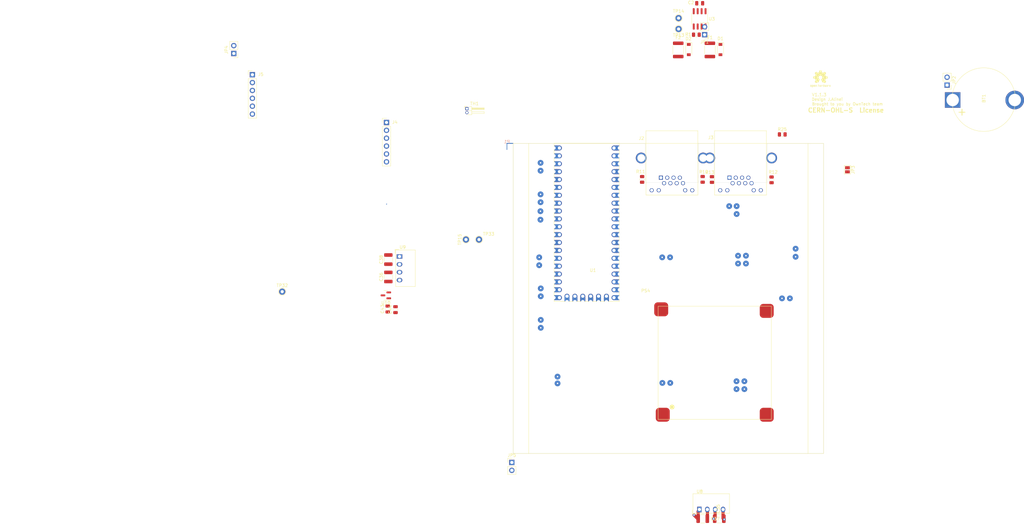
<source format=kicad_pcb>
(kicad_pcb (version 20211014) (generator pcbnew)
  (title_block (title "Digital Control Board Layout V1.1.2") (date "2021-09-23") (company "https://gitlab.laas.fr/owntech/1leg/-/tree/V1.1.2/") (comment 1 "Alinei") (comment 2 "Villa") (comment 3 "Villa") (comment 4 "GFE"))
  (layers (0 "F.Cu" signal) (1 "In1.Cu" signal) (2 "In2.Cu" signal) (31 "B.Cu" signal) (34 "B.Paste" user) (35 "F.Paste" user) (36 "B.SilkS" user "B.Silkscreen") (37 "F.SilkS" user "F.Silkscreen") (38 "B.Mask" user) (39 "F.Mask" user) (44 "Edge.Cuts" user))
  (net 0 "")
  (net 1 "+BATT")
  (net 6 "/CAN1_STB")
  (net 7 "/SPI3_SCK")
  (net 8 "+3V3")
  (net 9 "/V_BUS_CAN")
  (net 10 "Net-(D1-Pad1)")
  (net 11 "/GND_CAN")
  (net 12 "/PWR_CAN1")
  (net 13 "/CAN_L")
  (net 14 "/CAN_H")
  (net 15 "/PWR_CAN2")
  (net 16 "Net-(JP1-Pad2)")
  (net 17 "Net-(BT1-Pad1)")
  (net 18 "/SPI3_CS2")
  (net 19 "Net-(J2-Pad11)")
  (net 20 "Net-(J2-Pad9)")
  (net 21 "Net-(J3-Pad11)")
  (net 22 "Net-(J3-Pad9)")
  (net 23 "+5VD")
  (net 24 "+12V")
  (net 25 "DGND")
  (net 26 "+5VN")
  (net 27 "GND")
  (net 28 "+5VP")
  (net 29 "HRTIM_CHC1")
  (net 30 "HRTIM_CHC2")
  (net 31 "HRTIM_CHA2")
  (net 32 "HRTIM_CHA1")
  (net 33 "V_{I2Low}")
  (net 34 "I_{I2Low}")
  (net 35 "I_{IHigh}")
  (net 37 "VREF1024")
  (net 38 "V_{IHighpower}")
  (net 39 "V_{IHigh}")
  (net 40 "V_{I1Low}")
  (net 41 "I_{I1Low}")
  (net 42 "/+5VJP")
  (net 43 "/DTR")
  (net 44 "NGND")
  (net 47 "USART1_{RX}")
  (net 48 "USART1_{TX}")
  (net 49 "DAC2")
  (net 50 "BOOT")
  (net 51 "Temp")
  (net 63 "SPI3_{MISO}")
  (net 64 "SPI3_{MOSI}")
  (net 65 "FDCAN1_{RX}")
  (net 66 "FDCAN1_{TX}")
  (footprint "TestPoint:TestPoint_THTPad_D2.0mm_Drill1.0mm" (layer "F.Cu") (at 112.3 33.1 180)
    (fp_text reference "TP13" (at 0 -1.998) (layer "F.SilkS"))
    (fp_text value "TestPoint")
    (pad "1" thru_hole circle locked (at 0 0 180) (size 2 2) (drill 1) (layers *.Cu *.Mask) (net 66 "FDCAN1_{TX}"))
  )
  (footprint "TestPoint:TestPoint_THTPad_D2.0mm_Drill1.0mm" (layer "F.Cu") (at 112.3 29.6 180)
    (fp_text reference "TP14" (at 0 2.25) (layer "F.SilkS"))
    (fp_text value "TestPoint")
    (pad "1" thru_hole circle locked (at 0 0 180) (size 2 2) (drill 1) (layers *.Cu *.Mask) (net 65 "FDCAN1_{RX}"))
  )
  (footprint "TestPoint:TestPoint_THTPad_D2.0mm_Drill1.0mm" (layer "F.Cu") (at 43.8 101 90)
    (fp_text reference "TP15" (at 0 -2 90) (layer "F.SilkS"))
    (fp_text value "TestPoint")
    (pad "1" thru_hole circle locked (at 0 0 90) (size 2 2) (drill 1) (layers *.Cu *.Mask) (net 6 "/CAN1_STB"))
  )
  (footprint "Footprints:CR2032" (layer "F.Cu") (at 210.6 56 180)
    (fp_text reference "BT1" (at -0.051 0.5 90) (layer "F.SilkS"))
    (fp_text value "Battery_Cell")
    (fp_text user "+" (at 7 -3.75) (layer "F.SilkS") (effects (font (size 2.5 2.5) (thickness 0.3))))
    (pad "1" thru_hole rect locked (at 10 0 180) (size 5 5) (drill 4) (layers *.Cu *.Mask) (net 17 "Net-(BT1-Pad1)"))
    (pad "2" thru_hole circle locked (at -10 0 180) (size 6 6) (drill 4) (layers *.Cu *.Mask) (net 25 "DGND"))
  )
  (footprint "Capacitor_SMD:C_1210_3225Metric" (layer "F.Cu") (at 125.4 191.0405 180)
    (fp_text reference "C35" (at 0.325 3.2175 90) (layer "F.SilkS"))
    (fp_text value "10uF")
    (pad "1" smd roundrect locked (at -1.475 0 180) (size 1.15 2.7) (layers "F.Cu" "F.Paste" "F.Mask") (roundrect_rratio 0.2173904348) (net 26 "+5VN"))
    (pad "2" smd roundrect locked (at 1.475 0 180) (size 1.15 2.7) (layers "F.Cu" "F.Paste" "F.Mask") (roundrect_rratio 0.2173904348) (net 44 "NGND"))
  )
  (footprint "Capacitor_SMD:C_1210_3225Metric" (layer "F.Cu") (at 120.083 191.0465 180)
    (fp_text reference "C37" (at -4 0) (layer "F.SilkS"))
    (fp_text value "10uF")
    (pad "1" smd roundrect locked (at -1.475 0 180) (size 1.15 2.7) (layers "F.Cu" "F.Paste" "F.Mask") (roundrect_rratio 0.2173904348) (net 23 "+5VD"))
    (pad "2" smd roundrect locked (at 1.475 0 180) (size 1.15 2.7) (layers "F.Cu" "F.Paste" "F.Mask") (roundrect_rratio 0.2173904348) (net 25 "DGND"))
  )
  (footprint "Footprints:ethernet_RJE721881411" (layer "F.Cu") (at 106.611 81.05)
    (fp_text reference "J2" (at -6.3 -12.7) (layer "F.SilkS"))
    (fp_text value "RJ45_LED_Shielded")
    (pad "1" thru_hole rect locked (at 0 0) (size 1.3 1.3) (drill 0.9) (layers *.Cu *.Mask) (net 14 "/CAN_H"))
    (pad "2" thru_hole circle locked (at 1.016 1.78) (size 1.3 1.3) (drill 0.9) (layers *.Cu *.Mask) (net 13 "/CAN_L"))
    (pad "3" thru_hole circle locked (at 2.032 0) (size 1.3 1.3) (drill 0.9) (layers *.Cu *.Mask) (net 11 "/GND_CAN"))
    (pad "4" thru_hole circle locked (at 3.048 1.78) (size 1.3 1.3) (drill 0.9) (layers *.Cu *.Mask) (net 12 "/PWR_CAN1"))
    (pad "5" thru_hole circle locked (at 4.064 0) (size 1.3 1.3) (drill 0.9) (layers *.Cu *.Mask) (net 12 "/PWR_CAN1"))
    (pad "6" thru_hole circle locked (at 5.08 1.78) (size 1.3 1.3) (drill 0.9) (layers *.Cu *.Mask))
    (pad "7" thru_hole circle locked (at 6.096 0) (size 1.3 1.3) (drill 0.9) (layers *.Cu *.Mask) (net 11 "/GND_CAN"))
    (pad "8" thru_hole circle locked (at 7.112 1.78) (size 1.3 1.3) (drill 0.9) (layers *.Cu *.Mask))
    (pad "9" thru_hole circle locked (at -2.9845 4.064) (size 1.3 1.3) (drill 0.9) (layers *.Cu *.Mask) (net 20 "Net-(J2-Pad9)"))
    (pad "10" thru_hole circle locked (at -0.6985 4.064) (size 1.3 1.3) (drill 0.9) (layers *.Cu *.Mask) (net 12 "/PWR_CAN1"))
    (pad "11" thru_hole circle locked (at 7.8105 4.064) (size 1.3 1.3) (drill 0.9) (layers *.Cu *.Mask) (net 19 "Net-(J2-Pad11)"))
    (pad "12" thru_hole circle locked (at 10.0965 4.064) (size 1.3 1.3) (drill 0.9) (layers *.Cu *.Mask) (net 8 "+3V3"))
    (pad "SH" thru_hole circle locked (at -6.35 -6.35) (size 3.5 3.5) (drill 2.5) (layers *.Cu *.Mask))
    (pad "SH" thru_hole circle locked (at 13.589 -6.35) (size 3.5 3.5) (drill 2.5) (layers *.Cu *.Mask))
  )
  (footprint "Connector_PinHeader_2.54mm:PinHeader_1x06_P2.54mm_Vertical" (layer "F.Cu") (at -25 47.84)
    (fp_text reference "J5" (at 2.7 -0.1) (layer "F.SilkS"))
    (fp_text value "Conn_01x06_Male")
    (pad "1" thru_hole rect locked (at 0 0) (size 1.7 1.7) (drill 1) (layers *.Cu *.Mask) (net 25 "DGND"))
    (pad "2" thru_hole oval locked (at 0 2.54) (size 1.7 1.7) (drill 1) (layers *.Cu *.Mask) (net 8 "+3V3"))
    (pad "3" thru_hole oval locked (at 0 5.08) (size 1.7 1.7) (drill 1) (layers *.Cu *.Mask) (net 63 "SPI3_{MISO}"))
    (pad "4" thru_hole oval locked (at 0 7.62) (size 1.7 1.7) (drill 1) (layers *.Cu *.Mask) (net 64 "SPI3_{MOSI}"))
    (pad "5" thru_hole oval locked (at 0 10.16) (size 1.7 1.7) (drill 1) (layers *.Cu *.Mask) (net 7 "/SPI3_SCK"))
    (pad "6" thru_hole oval locked (at 0 12.7) (size 1.7 1.7) (drill 1) (layers *.Cu *.Mask) (net 18 "/SPI3_CS2"))
  )
  (footprint "Symbol:OSHW-Logo2_7.3x6mm_SilkScreen" (layer "F.Cu") (at 158 49.2)
    (fp_text reference "REF**" hide)
    (fp_text value "OSHW-Logo2_7.3x6mm_SilkScreen" hide)
  )
  (footprint "Capacitor_SMD:C_0805_2012Metric" (layer "F.Cu") (at 119.1 24.8)
    (fp_text reference "C2" (at -2.8 -0.2) (layer "F.SilkS"))
    (fp_text value "100nF")
    (pad "1" smd roundrect locked (at -0.95 0) (size 1 1.45) (layers "F.Cu" "F.Paste" "F.Mask") (net 8 "+3V3"))
    (pad "2" smd roundrect locked (at 0.95 0) (size 1 1.45) (layers "F.Cu" "F.Paste" "F.Mask") (net 25 "DGND"))
  )
  (footprint "Resistor_SMD:R_0805_2012Metric" (layer "F.Cu") (at 118.03 34.94 180)
    (fp_text reference "R1" (at 2.63 0.1) (layer "F.SilkS"))
    (fp_text value "120")
    (pad "1" smd roundrect locked (at -0.9125 0 180) (size 1.025 1.4) (layers "F.Cu" "F.Paste" "F.Mask") (roundrect_rratio 0.2439004878) (net 16 "Net-(JP1-Pad2)"))
    (pad "2" smd roundrect locked (at 0.9125 0 180) (size 1.025 1.4) (layers "F.Cu" "F.Paste" "F.Mask") (roundrect_rratio 0.2439004878) (net 13 "/CAN_L"))
  )
  (footprint "Connector_PinHeader_2.54mm:PinHeader_1x02_P2.54mm_Vertical" (layer "F.Cu") (at 198.8 51.2 180)
    (fp_text reference "JP2" (at -2.249 1.605 90) (layer "F.SilkS"))
    (fp_text value "Jumper")
    (pad "1" thru_hole rect locked (at 0 0 180) (size 1.7 1.7) (drill 1) (layers *.Cu *.Mask) (net 17 "Net-(BT1-Pad1)"))
    (pad "2" thru_hole oval locked (at 0 2.54 180) (size 1.7 1.7) (drill 1) (layers *.Cu *.Mask) (net 1 "+BATT"))
  )
  (footprint "Diode_SMD:D_SOD-123" (layer "F.Cu") (at 125.785 39.74 -90)
    (fp_text reference "D1" (at -3.55 0) (layer "F.SilkS"))
    (fp_text value "RBR2MM60ATFTR")
    (pad "1" smd rect locked (at -1.65 0 270) (size 0.9 1.2) (layers "F.Cu" "F.Paste" "F.Mask") (net 10 "Net-(D1-Pad1)"))
    (pad "2" smd rect locked (at 1.65 0 270) (size 0.9 1.2) (layers "F.Cu" "F.Paste" "F.Mask") (net 9 "/V_BUS_CAN"))
  )
  (footprint "Diode_SMD:D_SOD-123" (layer "F.Cu") (at 115.585 39.74 -90)
    (fp_text reference "D2" (at -3.5 0.1) (layer "F.SilkS"))
    (fp_text value "RBR2MM60ATFTR")
    (pad "1" smd rect locked (at -1.65 0 270) (size 0.9 1.2) (layers "F.Cu" "F.Paste" "F.Mask") (net 25 "DGND"))
    (pad "2" smd rect locked (at 1.65 0 270) (size 0.9 1.2) (layers "F.Cu" "F.Paste" "F.Mask") (net 11 "/GND_CAN"))
  )
  (footprint "Resistor_SMD:R_0805_2012Metric" (layer "F.Cu") (at 120.054 81.5865 -90)
    (fp_text reference "R10" (at -2.3875 -0.3 180) (layer "F.SilkS"))
    (fp_text value "330")
    (pad "1" smd roundrect locked (at -0.9125 0 270) (size 1.025 1.4) (layers "F.Cu" "F.Paste" "F.Mask") (roundrect_rratio 0.2439004878) (net 13 "/CAN_L"))
    (pad "2" smd roundrect locked (at 0.9125 0 270) (size 1.025 1.4) (layers "F.Cu" "F.Paste" "F.Mask") (roundrect_rratio 0.2439004878) (net 19 "Net-(J2-Pad11)"))
  )
  (footprint "Resistor_SMD:R_0805_2012Metric" (layer "F.Cu") (at 100.554 81.599 -90)
    (fp_text reference "R11" (at -2.5 0.5 180) (layer "F.SilkS"))
    (fp_text value "3000")
    (pad "1" smd roundrect locked (at -0.9125 0 270) (size 1.025 1.4) (layers "F.Cu" "F.Paste" "F.Mask") (roundrect_rratio 0.2439004878) (net 11 "/GND_CAN"))
    (pad "2" smd roundrect locked (at 0.9125 0 270) (size 1.025 1.4) (layers "F.Cu" "F.Paste" "F.Mask") (roundrect_rratio 0.2439004878) (net 20 "Net-(J2-Pad9)"))
  )
  (footprint "Resistor_SMD:R_0805_2012Metric" (layer "F.Cu") (at 142.254 81.749 -90)
    (fp_text reference "R12" (at -2.5 -0.5 180) (layer "F.SilkS"))
    (fp_text value "330")
    (pad "1" smd roundrect locked (at -0.9125 0 270) (size 1.025 1.4) (layers "F.Cu" "F.Paste" "F.Mask") (roundrect_rratio 0.2439004878) (net 13 "/CAN_L"))
    (pad "2" smd roundrect locked (at 0.9125 0 270) (size 1.025 1.4) (layers "F.Cu" "F.Paste" "F.Mask") (roundrect_rratio 0.2439004878) (net 21 "Net-(J3-Pad11)"))
  )
  (footprint "Connector_PinHeader_2.54mm:PinHeader_1x02_P2.54mm_Vertical" (layer "F.Cu") (at 120.68 34.94 180)
    (fp_text reference "JP1" (at 0 -2.33 180) (layer "F.SilkS"))
    (fp_text value "Jumper")
    (pad "1" thru_hole rect locked (at 0 0 180) (size 1.7 1.7) (drill 1) (layers *.Cu *.Mask) (net 14 "/CAN_H"))
    (pad "2" thru_hole oval locked (at 0 2.54 180) (size 1.7 1.7) (drill 1) (layers *.Cu *.Mask) (net 16 "Net-(JP1-Pad2)"))
  )
  (footprint "Fuse:Fuse_1812_4532Metric" (layer "F.Cu") (at 122.385 39.84 -90)
    (fp_text reference "F1" (at -4 0) (layer "F.SilkS"))
    (fp_text value "0ZCJ0050AF2E")
    (pad "1" smd roundrect locked (at -2.1375 0 270) (size 1.125 3.4) (layers "F.Cu" "F.Paste" "F.Mask") (roundrect_rratio 0.2222204444) (net 10 "Net-(D1-Pad1)"))
    (pad "2" smd roundrect locked (at 2.1375 0 270) (size 1.125 3.4) (layers "F.Cu" "F.Paste" "F.Mask") (roundrect_rratio 0.2222204444) (net 12 "/PWR_CAN1"))
  )
  (footprint "Fuse:Fuse_1812_4532Metric" (layer "F.Cu") (at 112.185 39.84 90)
    (fp_text reference "F2" (at 4 0) (layer "F.SilkS"))
    (fp_text value "0ZCJ0050AF2E")
    (pad "1" smd roundrect locked (at -2.1375 0 90) (size 1.125 3.4) (layers "F.Cu" "F.Paste" "F.Mask") (roundrect_rratio 0.2222204444) (net 15 "/PWR_CAN2"))
    (pad "2" smd roundrect locked (at 2.1375 0 90) (size 1.125 3.4) (layers "F.Cu" "F.Paste" "F.Mask") (roundrect_rratio 0.2222204444) (net 10 "Net-(D1-Pad1)"))
  )
  (footprint "Resistor_SMD:R_0805_2012Metric" (layer "F.Cu") (at 123.054 81.6365 -90)
    (fp_text reference "R13" (at -2.3125 0.7 180) (layer "F.SilkS"))
    (fp_text value "3000")
    (pad "1" smd roundrect locked (at -0.9125 0 270) (size 1.025 1.4) (layers "F.Cu" "F.Paste" "F.Mask") (roundrect_rratio 0.2439004878) (net 11 "/GND_CAN"))
    (pad "2" smd roundrect locked (at 0.9125 0 270) (size 1.025 1.4) (layers "F.Cu" "F.Paste" "F.Mask") (roundrect_rratio 0.2439004878) (net 22 "Net-(J3-Pad9)"))
  )
  (footprint "Footprints:SOIC-8_3.9x4.9mm_P1.27mm" (layer "F.Cu") (at 119.08 29.84 -90)
    (fp_text reference "U3" (at 0 -3.92) (layer "F.SilkS"))
    (fp_text value "TCAN334GDR")
    (pad "1" smd roundrect locked (at -2.475 -1.905 270) (size 1.95 0.6) (layers "F.Cu" "F.Paste" "F.Mask") (net 66 "FDCAN1_{TX}"))
    (pad "2" smd roundrect locked (at -2.475 -0.635 270) (size 1.95 0.6) (layers "F.Cu" "F.Paste" "F.Mask") (net 25 "DGND"))
    (pad "3" smd roundrect locked (at -2.475 0.635 270) (size 1.95 0.6) (layers "F.Cu" "F.Paste" "F.Mask") (net 8 "+3V3"))
    (pad "4" smd roundrect locked (at -2.475 1.905 270) (size 1.95 0.6) (layers "F.Cu" "F.Paste" "F.Mask") (net 65 "FDCAN1_{RX}"))
    (pad "5" smd roundrect locked (at 2.475 1.905 270) (size 1.95 0.6) (layers "F.Cu" "F.Paste" "F.Mask"))
    (pad "6" smd roundrect locked (at 2.475 0.635 270) (size 1.95 0.6) (layers "F.Cu" "F.Paste" "F.Mask") (net 13 "/CAN_L"))
    (pad "7" smd roundrect locked (at 2.475 -0.635 270) (size 1.95 0.6) (layers "F.Cu" "F.Paste" "F.Mask") (net 14 "/CAN_H"))
    (pad "8" smd roundrect locked (at 2.475 -1.905 270) (size 1.95 0.6) (layers "F.Cu" "F.Paste" "F.Mask") (net 6 "/CAN1_STB"))
  )
  (footprint "Converter_DCDC:Converter_DCDC_muRata_CRE1xxxxxx3C_THT" (layer "F.Cu") (at 119.003 188.0465 90)
    (fp_text reference "U8" (at 5.8 0.08) (layer "F.SilkS"))
    (fp_text value "RFM-0505s")
    (pad "1" thru_hole rect locked (at 0 0) (size 1.4 1.8) (drill 1) (layers *.Cu *.Mask) (net 25 "DGND"))
    (pad "2" thru_hole oval locked (at 0 2.54) (size 1.4 1.8) (drill 1) (layers *.Cu *.Mask) (net 23 "+5VD"))
    (pad "3" thru_hole oval locked (at 0 5.08) (size 1.4 1.8) (drill 1) (layers *.Cu *.Mask) (net 44 "NGND"))
    (pad "4" thru_hole oval locked (at 0 7.62) (size 1.4 1.8) (drill 1) (layers *.Cu *.Mask) (net 26 "+5VN"))
  )
  (footprint "TestPoint:TestPoint_THTPad_D2.0mm_Drill1.0mm" (layer "F.Cu") (at 48 101)
    (fp_text reference "TP33" (at 3.11 -1.8) (layer "F.SilkS"))
    (fp_text value "TestPoint")
    (pad "1" thru_hole circle locked (at 0 0) (size 2 2) (drill 1) (layers *.Cu *.Mask) (net 11 "/GND_CAN"))
  )
  (footprint "Footprints:ethernet_RJE721881411" (layer "F.Cu") (at 128.6955 81.05)
    (fp_text reference "J3" (at -6 -12.95) (layer "F.SilkS"))
    (fp_text value "RJ45_LED_Shielded")
    (pad "1" thru_hole rect locked (at 0 0) (size 1.3 1.3) (drill 0.9) (layers *.Cu *.Mask) (net 14 "/CAN_H"))
    (pad "2" thru_hole circle locked (at 1.016 1.78) (size 1.3 1.3) (drill 0.9) (layers *.Cu *.Mask) (net 13 "/CAN_L"))
    (pad "3" thru_hole circle locked (at 2.032 0) (size 1.3 1.3) (drill 0.9) (layers *.Cu *.Mask) (net 11 "/GND_CAN"))
    (pad "4" thru_hole circle locked (at 3.048 1.78) (size 1.3 1.3) (drill 0.9) (layers *.Cu *.Mask) (net 15 "/PWR_CAN2"))
    (pad "5" thru_hole circle locked (at 4.064 0) (size 1.3 1.3) (drill 0.9) (layers *.Cu *.Mask) (net 15 "/PWR_CAN2"))
    (pad "6" thru_hole circle locked (at 5.08 1.78) (size 1.3 1.3) (drill 0.9) (layers *.Cu *.Mask))
    (pad "7" thru_hole circle locked (at 6.096 0) (size 1.3 1.3) (drill 0.9) (layers *.Cu *.Mask) (net 11 "/GND_CAN"))
    (pad "8" thru_hole circle locked (at 7.112 1.78) (size 1.3 1.3) (drill 0.9) (layers *.Cu *.Mask))
    (pad "9" thru_hole circle locked (at -2.9845 4.064) (size 1.3 1.3) (drill 0.9) (layers *.Cu *.Mask) (net 22 "Net-(J3-Pad9)"))
    (pad "10" thru_hole circle locked (at -0.6985 4.064) (size 1.3 1.3) (drill 0.9) (layers *.Cu *.Mask) (net 15 "/PWR_CAN2"))
    (pad "11" thru_hole circle locked (at 7.8105 4.064) (size 1.3 1.3) (drill 0.9) (layers *.Cu *.Mask) (net 21 "Net-(J3-Pad11)"))
    (pad "12" thru_hole circle locked (at 10.0965 4.064) (size 1.3 1.3) (drill 0.9) (layers *.Cu *.Mask) (net 8 "+3V3"))
    (pad "SH" thru_hole circle locked (at 13.589 -6.35) (size 3.5 3.5) (drill 2.5) (layers *.Cu *.Mask))
    (pad "SH" thru_hole circle locked (at -6.35 -6.35) (size 3.5 3.5) (drill 2.5) (layers *.Cu *.Mask))
  )
  (footprint "Connector_PinHeader_2.54mm:PinHeader_1x02_P2.54mm_Vertical" (layer "F.Cu") (at -31 41 180)
    (fp_text reference "JP4" (at 2.4 1.2 90) (layer "F.SilkS"))
    (fp_text value "Jumper")
    (pad "1" thru_hole rect locked (at 0 0 180) (size 1.7 1.7) (drill 1) (layers *.Cu *.Mask) (net 23 "+5VD"))
    (pad "2" thru_hole oval locked (at 0 2.54 180) (size 1.7 1.7) (drill 1) (layers *.Cu *.Mask) (net 42 "/+5VJP"))
  )
  (footprint "Connector_PinHeader_2.54mm:PinHeader_1x06_P2.54mm_Vertical" (layer "F.Cu") (at 18.2 63.24)
    (fp_text reference "J4" (at 2.7 -0.1) (layer "F.SilkS"))
    (fp_text value "Conn_01x06_Male")
    (pad "1" thru_hole rect locked (at 0 0) (size 1.7 1.7) (drill 1) (layers *.Cu *.Mask) (net 8 "+3V3"))
    (pad "2" thru_hole oval locked (at 0 2.54) (size 1.7 1.7) (drill 1) (layers *.Cu *.Mask) (net 43 "/DTR"))
    (pad "3" thru_hole oval locked (at 0 5.08) (size 1.7 1.7) (drill 1) (layers *.Cu *.Mask) (net 47 "USART1_{RX}"))
    (pad "4" thru_hole oval locked (at 0 7.62) (size 1.7 1.7) (drill 1) (layers *.Cu *.Mask) (net 48 "USART1_{TX}"))
    (pad "5" thru_hole oval locked (at 0 10.16) (size 1.7 1.7) (drill 1) (layers *.Cu *.Mask) (net 25 "DGND"))
    (pad "6" thru_hole oval locked (at 0 12.7) (size 1.7 1.7) (drill 1) (layers *.Cu *.Mask) (net 23 "+5VD"))
  )
  (footprint "Footprints:OwnTech_MCU" (layer "F.Cu") (at 72.2 120.98 90)
    (fp_text reference "U1" (at 10.08 12.5 unlocked) (layer "F.SilkS"))
    (fp_text value "OwnTech")
    (pad "1" thru_hole oval (at 49.5 1.7 90) (size 1.6 2.4) (drill 1 (offset 0 -0.4)) (layers *.Cu *.Mask))
    (pad "1" thru_hole rect (at 49.5 0 90) (size 1.6 1) (drill 1 (offset 0 0.5)) (layers *.Cu *.Mask))
    (pad "2" thru_hole oval (at 46.96 1.7 90) (size 1.6 2.4) (drill 1 (offset 0 -0.4)) (layers *.Cu *.Mask) (net 29 "HRTIM_CHC1"))
    (pad "2" thru_hole rect (at 46.96 0 90) (size 1.6 1) (drill 1 (offset 0 0.5)) (layers *.Cu *.Mask) (net 29 "HRTIM_CHC1"))
    (pad "3" thru_hole rect (at 44.42 0 90) (size 1.6 1) (drill 1 (offset 0 0.5)) (layers *.Cu *.Mask) (net 25 "DGND"))
    (pad "3" thru_hole oval (at 44.42 1.7 90) (size 1.6 2.4) (drill 1 (offset 0 -0.4)) (layers *.Cu *.Mask) (net 25 "DGND"))
    (pad "4" thru_hole oval (at 41.88 1.7 90) (size 1.6 2.4) (drill 1 (offset 0 -0.4)) (layers *.Cu *.Mask) (net 30 "HRTIM_CHC2"))
    (pad "4" thru_hole rect (at 41.88 0 90) (size 1.6 1) (drill 1 (offset 0 0.5)) (layers *.Cu *.Mask) (net 30 "HRTIM_CHC2"))
    (pad "5" thru_hole oval (at 39.34 1.7 90) (size 1.6 2.4) (drill 1 (offset 0 -0.4)) (layers *.Cu *.Mask))
    (pad "5" thru_hole rect (at 39.34 0 90) (size 1.6 1) (drill 1 (offset 0 0.5)) (layers *.Cu *.Mask))
    (pad "6" thru_hole oval (at 36.8 1.7 90) (size 1.6 2.4) (drill 1 (offset 0 -0.4)) (layers *.Cu *.Mask))
    (pad "6" thru_hole rect (at 36.8 0 90) (size 1.6 1) (drill 1 (offset 0 0.5)) (layers *.Cu *.Mask))
    (pad "7" thru_hole rect (at 34.26 0 90) (size 1.6 1) (drill 1 (offset 0 0.5)) (layers *.Cu *.Mask))
    (pad "7" thru_hole oval (at 34.26 1.7 90) (size 1.6 2.4) (drill 1 (offset 0 -0.4)) (layers *.Cu *.Mask))
    (pad "8" thru_hole rect (at 31.72 0 90) (size 1.6 1) (drill 1 (offset 0 0.5)) (layers *.Cu *.Mask) (net 25 "DGND"))
    (pad "8" thru_hole oval (at 31.72 1.7 90) (size 1.6 2.4) (drill 1 (offset 0 -0.4)) (layers *.Cu *.Mask) (net 25 "DGND"))
    (pad "9" thru_hole oval (at 29.18 1.7 90) (size 1.6 2.4) (drill 1 (offset 0 -0.4)) (layers *.Cu *.Mask))
    (pad "9" thru_hole rect (at 29.18 0 90) (size 1.6 1) (drill 1 (offset 0 0.5)) (layers *.Cu *.Mask))
    (pad "10" thru_hole oval (at 26.64 1.7 90) (size 1.6 2.4) (drill 1 (offset 0 -0.4)) (layers *.Cu *.Mask))
    (pad "10" thru_hole rect (at 26.64 0 90) (size 1.6 1) (drill 1 (offset 0 0.5)) (layers *.Cu *.Mask))
    (pad "11" thru_hole rect (at 24.1 0 90) (size 1.6 1) (drill 1 (offset 0 0.5)) (layers *.Cu *.Mask))
    (pad "11" thru_hole oval (at 24.1 1.7 90) (size 1.6 2.4) (drill 1 (offset 0 -0.4)) (layers *.Cu *.Mask))
    (pad "12" thru_hole oval (at 21.56 1.7 90) (size 1.6 2.4) (drill 1 (offset 0 -0.4)) (layers *.Cu *.Mask) (net 31 "HRTIM_CHA2"))
    (pad "12" thru_hole rect (at 21.56 0 90) (size 1.6 1) (drill 1 (offset 0 0.5)) (layers *.Cu *.Mask) (net 31 "HRTIM_CHA2"))
    (pad "13" thru_hole rect (at 19.02 0 90) (size 1.6 1) (drill 1 (offset 0 0.5)) (layers *.Cu *.Mask) (net 25 "DGND"))
    (pad "13" thru_hole oval (at 19.02 1.7 90) (size 1.6 2.4) (drill 1 (offset 0 -0.4)) (layers *.Cu *.Mask) (net 25 "DGND"))
    (pad "14" thru_hole oval (at 16.48 1.7 90) (size 1.6 2.4) (drill 1 (offset 0 -0.4)) (layers *.Cu *.Mask) (net 32 "HRTIM_CHA1"))
    (pad "14" thru_hole rect (at 16.48 0 90) (size 1.6 1) (drill 1 (offset 0 0.5)) (layers *.Cu *.Mask) (net 32 "HRTIM_CHA1"))
    (pad "15" thru_hole rect (at 13.94 0 90) (size 1.6 1) (drill 1 (offset 0 0.5)) (layers *.Cu *.Mask))
    (pad "15" thru_hole oval (at 13.94 1.7 90) (size 1.6 2.4) (drill 1 (offset 0 -0.4)) (layers *.Cu *.Mask))
    (pad "16" thru_hole oval (at 11.4 1.7 90) (size 1.6 2.4) (drill 1 (offset 0 -0.4)) (layers *.Cu *.Mask))
    (pad "16" thru_hole rect (at 11.4 0 90) (size 1.6 1) (drill 1 (offset 0 0.5)) (layers *.Cu *.Mask))
    (pad "17" thru_hole rect (at 8.86 0 90) (size 1.6 1) (drill 1 (offset 0 0.5)) (layers *.Cu *.Mask))
    (pad "17" thru_hole oval (at 8.86 1.7 90) (size 1.6 2.4) (drill 1 (offset 0 -0.4)) (layers *.Cu *.Mask))
    (pad "18" thru_hole oval (at 6.32 1.7 90) (size 1.6 2.4) (drill 1 (offset 0 -0.4)) (layers *.Cu *.Mask) (net 25 "DGND"))
    (pad "18" thru_hole rect (at 6.32 0 90) (size 1.6 1) (drill 1 (offset 0 0.5)) (layers *.Cu *.Mask) (net 25 "DGND"))
    (pad "19" thru_hole oval (at 3.78 1.7 90) (size 1.6 2.4) (drill 1 (offset 0 -0.4)) (layers *.Cu *.Mask))
    (pad "19" thru_hole rect (at 3.78 0 90) (size 1.6 1) (drill 1 (offset 0 0.5)) (layers *.Cu *.Mask))
    (pad "20" thru_hole oval (at 1.24 1.7 90) (size 1.6 2.4) (drill 1 (offset 0 -0.4)) (layers *.Cu *.Mask) (net 63 "SPI3_{MISO}"))
    (pad "20" thru_hole rect (at 1.24 0 90) (size 1.6 1) (drill 1 (offset 0 0.5)) (layers *.Cu *.Mask) (net 63 "SPI3_{MISO}"))
    (pad "21" thru_hole rect (at 0 4.15 180) (size 1.6 1) (drill 1 (offset 0 0.5)) (layers *.Cu *.Mask) (net 64 "SPI3_{MOSI}"))
    (pad "21" thru_hole oval (at 1.7 4.15 180) (size 1.6 2.4) (drill 1 (offset 0 -0.4)) (layers *.Cu *.Mask) (net 64 "SPI3_{MOSI}"))
    (pad "22" thru_hole oval (at 1.7 6.69 180) (size 1.6 2.4) (drill 1 (offset 0 -0.4)) (layers *.Cu *.Mask) (net 25 "DGND"))
    (pad "22" thru_hole rect (at 0 6.69 180) (size 1.6 1) (drill 1 (offset 0 0.5)) (layers *.Cu *.Mask) (net 25 "DGND"))
    (pad "23" thru_hole oval (at 1.7 9.23 180) (size 1.6 2.4) (drill 1 (offset 0 -0.4)) (layers *.Cu *.Mask) (net 48 "USART1_{TX}"))
    (pad "23" thru_hole rect (at 0 9.23 180) (size 1.6 1) (drill 1 (offset 0 0.5)) (layers *.Cu *.Mask) (net 48 "USART1_{TX}"))
    (pad "24" thru_hole oval (at 1.7 11.77 180) (size 1.6 2.4) (drill 1 (offset 0 -0.4)) (layers *.Cu *.Mask) (net 47 "USART1_{RX}"))
    (pad "24" thru_hole rect (at 0 11.77 180) (size 1.6 1) (drill 1 (offset 0 0.5)) (layers *.Cu *.Mask) (net 47 "USART1_{RX}"))
    (pad "25" thru_hole oval (at 1.7 14.31 180) (size 1.6 2.4) (drill 1 (offset 0 -0.4)) (layers *.Cu *.Mask) (net 25 "DGND"))
    (pad "25" thru_hole rect (at 0 14.31 180) (size 1.6 1) (drill 1 (offset 0 0.5)) (layers *.Cu *.Mask) (net 25 "DGND"))
    (pad "26" thru_hole rect (at 0 16.85 180) (size 1.6 1) (drill 1 (offset 0 0.5)) (layers *.Cu *.Mask) (net 65 "FDCAN1_{RX}"))
    (pad "26" thru_hole oval (at 1.7 16.85 180) (size 1.6 2.4) (drill 1 (offset 0 -0.4)) (layers *.Cu *.Mask) (net 65 "FDCAN1_{RX}"))
    (pad "27" thru_hole rect (at 1.24 21 270) (size 1.6 1) (drill 1 (offset 0 0.5)) (layers *.Cu *.Mask) (net 66 "FDCAN1_{TX}"))
    (pad "27" thru_hole oval (at 1.24 19.3 270) (size 1.6 2.4) (drill 1 (offset 0 -0.4)) (layers *.Cu *.Mask) (net 66 "FDCAN1_{TX}"))
    (pad "28" thru_hole rect (at 3.78 21 270) (size 1.6 1) (drill 1 (offset 0 0.5)) (layers *.Cu *.Mask))
    (pad "28" thru_hole oval (at 3.78 19.3 270) (size 1.6 2.4) (drill 1 (offset 0 -0.4)) (layers *.Cu *.Mask))
    (pad "29" thru_hole oval (at 6.32 19.3 270) (size 1.6 2.4) (drill 1 (offset 0 -0.4)) (layers *.Cu *.Mask) (net 25 "DGND"))
    (pad "29" thru_hole rect (at 6.32 21 270) (size 1.6 1) (drill 1 (offset 0 0.5)) (layers *.Cu *.Mask) (net 25 "DGND"))
    (pad "30" thru_hole oval (at 8.86 19.3 270) (size 1.6 2.4) (drill 1 (offset 0 -0.4)) (layers *.Cu *.Mask) (net 33 "V_{I2Low}"))
    (pad "30" thru_hole rect (at 8.86 21 270) (size 1.6 1) (drill 1 (offset 0 0.5)) (layers *.Cu *.Mask) (net 33 "V_{I2Low}"))
    (pad "31" thru_hole oval (at 11.4 19.3 270) (size 1.6 2.4) (drill 1 (offset 0 -0.4)) (layers *.Cu *.Mask) (net 34 "I_{I2Low}"))
    (pad "31" thru_hole rect (at 11.4 21 270) (size 1.6 1) (drill 1 (offset 0 0.5)) (layers *.Cu *.Mask) (net 34 "I_{I2Low}"))
    (pad "32" thru_hole rect (at 13.94 21 270) (size 1.6 1) (drill 1 (offset 0 0.5)) (layers *.Cu *.Mask) (net 35 "I_{IHigh}"))
    (pad "32" thru_hole oval (at 13.94 19.3 270) (size 1.6 2.4) (drill 1 (offset 0 -0.4)) (layers *.Cu *.Mask) (net 35 "I_{IHigh}"))
    (pad "33" thru_hole oval (at 16.48 19.3 270) (size 1.6 2.4) (drill 1 (offset 0 -0.4)) (layers *.Cu *.Mask) (net 39 "V_{IHigh}"))
    (pad "33" thru_hole rect (at 16.48 21 270) (size 1.6 1) (drill 1 (offset 0 0.5)) (layers *.Cu *.Mask) (net 39 "V_{IHigh}"))
    (pad "34" thru_hole oval (at 19.02 19.3 270) (size 1.6 2.4) (drill 1 (offset 0 -0.4)) (layers *.Cu *.Mask) (net 25 "DGND"))
    (pad "34" thru_hole rect (at 19.02 21 270) (size 1.6 1) (drill 1 (offset 0 0.5)) (layers *.Cu *.Mask) (net 25 "DGND"))
    (pad "35" thru_hole oval (at 21.56 19.3 270) (size 1.6 2.4) (drill 1 (offset 0 -0.4)) (layers *.Cu *.Mask) (net 40 "V_{I1Low}"))
    (pad "35" thru_hole rect (at 21.56 21 270) (size 1.6 1) (drill 1 (offset 0 0.5)) (layers *.Cu *.Mask) (net 40 "V_{I1Low}"))
    (pad "36" thru_hole rect (at 24.1 21 270) (size 1.6 1) (drill 1 (offset 0 0.5)) (layers *.Cu *.Mask) (net 41 "I_{I1Low}"))
    (pad "36" thru_hole oval (at 24.1 19.3 270) (size 1.6 2.4) (drill 1 (offset 0 -0.4)) (layers *.Cu *.Mask) (net 41 "I_{I1Low}"))
    (pad "37" thru_hole oval (at 26.64 19.3 270) (size 1.6 2.4) (drill 1 (offset 0 -0.4)) (layers *.Cu *.Mask) (net 50 "BOOT"))
    (pad "37" thru_hole rect (at 26.64 21 270) (size 1.6 1) (drill 1 (offset 0 0.5)) (layers *.Cu *.Mask) (net 50 "BOOT"))
    (pad "38" thru_hole rect (at 29.18 21 270) (size 1.6 1) (drill 1 (offset 0 0.5)) (layers *.Cu *.Mask))
    (pad "38" thru_hole oval (at 29.18 19.3 270) (size 1.6 2.4) (drill 1 (offset 0 -0.4)) (layers *.Cu *.Mask))
    (pad "39" thru_hole rect (at 31.72 21 270) (size 1.6 1) (drill 1 (offset 0 0.5)) (layers *.Cu *.Mask) (net 25 "DGND"))
    (pad "39" thru_hole oval (at 31.72 19.3 270) (size 1.6 2.4) (drill 1 (offset 0 -0.4)) (layers *.Cu *.Mask) (net 25 "DGND"))
    (pad "40" thru_hole oval (at 34.26 19.3 270) (size 1.6 2.4) (drill 1 (offset 0 -0.4)) (layers *.Cu *.Mask) (net 49 "DAC2"))
    (pad "40" thru_hole rect (at 34.26 21 270) (size 1.6 1) (drill 1 (offset 0 0.5)) (layers *.Cu *.Mask) (net 49 "DAC2"))
    (pad "41" thru_hole oval (at 36.8 19.3 270) (size 1.6 2.4) (drill 1 (offset 0 -0.4)) (layers *.Cu *.Mask))
    (pad "41" thru_hole rect (at 36.8 21 270) (size 1.6 1) (drill 1 (offset 0 0.5)) (layers *.Cu *.Mask))
    (pad "42" thru_hole rect (at 39.34 21 270) (size 1.6 1) (drill 1 (offset 0 0.5)) (layers *.Cu *.Mask) (net 8 "+3V3"))
    (pad "42" thru_hole oval (at 39.34 19.3 270) (size 1.6 2.4) (drill 1 (offset 0 -0.4)) (layers *.Cu *.Mask) (net 8 "+3V3"))
    (pad "43" thru_hole rect (at 41.88 21 270) (size 1.6 1) (drill 1 (offset 0 0.5)) (layers *.Cu *.Mask) (net 51 "Temp"))
    (pad "43" thru_hole oval (at 41.88 19.3 270) (size 1.6 2.4) (drill 1 (offset 0 -0.4)) (layers *.Cu *.Mask) (net 51 "Temp"))
    (pad "44" thru_hole oval (at 44.42 19.3 270) (size 1.6 2.4) (drill 1 (offset 0 -0.4)) (layers *.Cu *.Mask) (net 25 "DGND"))
    (pad "44" thru_hole rect (at 44.42 21 270) (size 1.6 1) (drill 1 (offset 0 0.5)) (layers *.Cu *.Mask) (net 25 "DGND"))
    (pad "45" thru_hole oval (at 46.96 19.3 270) (size 1.6 2.4) (drill 1 (offset 0 -0.4)) (layers *.Cu *.Mask) (net 1 "+BATT"))
    (pad "45" thru_hole rect (at 46.96 21 270) (size 1.6 1) (drill 1 (offset 0 0.5)) (layers *.Cu *.Mask) (net 1 "+BATT"))
    (pad "46" thru_hole rect (at 49.5 21 270) (size 1.6 1) (drill 1 (offset 0 0.5)) (layers *.Cu *.Mask) (net 23 "+5VD"))
    (pad "46" thru_hole oval (at 49.5 19.3 270) (size 1.6 2.4) (drill 1 (offset 0 -0.4)) (layers *.Cu *.Mask) (net 23 "+5VD"))
  )
  (footprint "Jumper:SolderJumper-2_P1.3mm_Open_Pad1.0x1.5mm" (layer "F.Cu") (at 166.7 78.5 -90)
    (fp_text reference "JP3" (at 0 -1.8 90) (layer "F.SilkS"))
    (fp_text value "SolderJumper_2_Open")
    (pad "1" smd rect locked (at -0.65 0 270) (size 1 1.5) (layers "F.Cu" "F.Mask") (net 49 "DAC2"))
    (pad "2" smd rect locked (at 0.65 0 270) (size 1 1.5) (layers "F.Cu" "F.Mask") (net 37 "VREF1024"))
  )
  (footprint "Connector_PinHeader_1.27mm:PinHeader_1x02_P1.27mm_Horizontal" (layer "F.Cu") (at 44.1 58.8)
    (fp_text reference "TH1" (at 2.4325 -1.635) (layer "F.SilkS"))
    (fp_text value "NXFT15XH103FA2B100 ")
    (pad "1" thru_hole rect locked (at 0 0) (size 1 1) (drill 0.65) (layers *.Cu *.Mask) (net 51 "Temp"))
    (pad "2" thru_hole oval locked (at 0 1.27) (size 1 1) (drill 0.65) (layers *.Cu *.Mask) (net 25 "DGND"))
  )
  (footprint "Footprints:3D_Footprint_PowerV1.1.3" (layer "F.Cu") (at 57 70)
    (fp_text reference "P1" (at 0 -0.53 unlocked) (layer "B.SilkS") (effects (justify mirror)))
    (fp_text value "Power2")
    (fp_line (start 2 0) (end 0 0) (layer "B.Cu") (width 0.2))
    (fp_line (start 0 0) (end 0 2) (layer "B.Cu") (width 0.2))
    (fp_line (start 0 0) (end 2 0) (layer "B.Cu") (width 0.2))
    (pad "" np_thru_hole circle (at 88.8 29.6) (size 3.2 3.2) (drill 3.2) (layers *.Cu *.Mask))
    (pad "" np_thru_hole circle (at 43.4 29.6) (size 3.2 3.2) (drill 3.2) (layers *.Cu *.Mask))
    (pad "" np_thru_hole circle (at 11.6 72.2) (size 3.2 3.2) (drill 3.2) (layers *.Cu *.Mask))
    (pad "" np_thru_hole circle (at 11.6 29.6) (size 3.2 3.2) (drill 3.2) (layers *.Cu *.Mask))
    (pad "" np_thru_hole circle (at 43.7 72.005) (size 3.2 3.2) (drill 3.2) (layers *.Cu *.Mask))
    (pad "" np_thru_hole circle (at 88.8 73.4) (size 3.2 3.2) (drill 3.2) (layers *.Cu *.Mask))
    (pad "" np_thru_hole circle (at 27 13) (size 3.2 3.2) (drill 3.2) (layers *.Cu *.Mask))
    (pad "" np_thru_hole circle (at 88.8 73.4) (size 3.2 3.2) (drill 3.2) (layers *.Cu *.Mask))
    (pad "" np_thru_hole circle (at 88.8 13) (size 3.2 3.2) (drill 3.2) (layers *.Cu *.Mask))
    (pad "1" smd circle (at 74.46 36.2 90) (size 1.9 1.9) (layers "B.Cu" "B.Paste" "B.Mask") (net 32 "HRTIM_CHA1"))
    (pad "1" thru_hole circle (at 10.8975 49.2925) (size 1 1) (drill 0.508) (layers *.Cu *.Mask) (net 32 "HRTIM_CHA1"))
    (pad "1" smd circle (at 71.61 20.23) (size 1.9 1.9) (layers "B.Cu" "B.Paste" "B.Mask") (net 32 "HRTIM_CHA1"))
    (pad "1" thru_hole circle (at 16.3 77.385 90) (size 1 1) (drill 0.508) (layers *.Cu *.Mask) (net 32 "HRTIM_CHA1"))
    (pad "1" smd circle (at 10.8975 46.7525) (size 1.9 1.9) (layers "B.Cu" "B.Paste" "B.Mask") (net 32 "HRTIM_CHA1"))
    (pad "1" smd circle (at 10.8 21.86 90) (size 1.9 1.9) (layers "B.Cu" "B.Paste" "B.Mask") (net 32 "HRTIM_CHA1"))
    (pad "1" smd circle (at 52.56 36.74) (size 1.9 1.9) (layers "B.Cu" "B.Paste" "B.Mask") (net 32 "HRTIM_CHA1"))
    (pad "1" thru_hole circle (at 10.8375 18.96) (size 1 1) (drill 0.508) (layers *.Cu *.Mask) (net 32 "HRTIM_CHA1"))
    (pad "1" thru_hole circle (at 93 33.95 90) (size 1 1) (drill 0.508) (layers *.Cu *.Mask) (net 32 "HRTIM_CHA1"))
    (pad "1" smd circle (at 10.8375 6.26) (size 1.9 1.9) (layers "B.Cu" "B.Paste" "B.Mask") (net 32 "HRTIM_CHA1"))
    (pad "1" thru_hole circle (at 91.16 49.9675 270) (size 1 1) (drill 0.508) (layers *.Cu *.Mask) (net 32 "HRTIM_CHA1"))
    (pad "1" smd circle (at 93 36.55) (size 1.9 1.9) (layers "B.Cu" "B.Paste" "B.Mask") (net 32 "HRTIM_CHA1"))
    (pad "1" smd circle (at 10.8 24.6 90) (size 1.9 1.9) (layers "B.Cu" "B.Paste" "B.Mask") (net 32 "HRTIM_CHA1"))
    (pad "1" smd circle (at 50.02 36.74) (size 1.9 1.9) (layers "B.Cu" "B.Paste" "B.Mask") (net 32 "HRTIM_CHA1"))
    (pad "1" smd circle (at 10.8375 8.8) (size 1.9 1.9) (layers "B.Cu" "B.Paste" "B.Mask") (net 32 "HRTIM_CHA1"))
    (pad "1" thru_hole circle (at 74 22.77) (size 1 1) (drill 0.508) (layers *.Cu *.Mask) (net 32 "HRTIM_CHA1"))
    (pad "1" thru_hole circle (at 10.8 21.86 90) (size 1 1) (drill 0.508) (layers *.Cu *.Mask) (net 32 "HRTIM_CHA1"))
    (pad "1" smd circle (at 10.8375 16.42) (size 1.9 1.9) (layers "B.Cu" "B.Paste" "B.Mask") (net 32 "HRTIM_CHA1"))
    (pad "1" thru_hole circle (at 88.62 49.9675 270) (size 1 1) (drill 0.508) (layers *.Cu *.Mask) (net 32 "HRTIM_CHA1"))
    (pad "1" smd circle (at 10.3975 39.28) (size 1.9 1.9) (layers "B.Cu" "B.Paste" "B.Mask") (net 32 "HRTIM_CHA1"))
    (pad "1" thru_hole circle (at 76.5 76.6925 90) (size 1 1) (drill 0.508) (layers *.Cu *.Mask) (net 32 "HRTIM_CHA1"))
    (pad "1" thru_hole circle (at 52.56 36.74) (size 1 1) (drill 0.508) (layers *.Cu *.Mask) (net 32 "HRTIM_CHA1"))
    (pad "1" thru_hole circle (at 74 20.23) (size 1 1) (drill 0.508) (layers *.Cu *.Mask) (net 32 "HRTIM_CHA1"))
    (pad "1" smd circle (at 10.8975 56.9125) (size 1.9 1.9) (layers "B.Cu" "B.Paste" "B.Mask") (net 32 "HRTIM_CHA1"))
    (pad "1" thru_hole circle (at 93 36.55) (size 1 1) (drill 0.508) (layers *.Cu *.Mask) (net 32 "HRTIM_CHA1"))
    (pad "1" smd circle (at 77 36.2 90) (size 1.9 1.9) (layers "B.Cu" "B.Paste" "B.Mask") (net 32 "HRTIM_CHA1"))
    (pad "1" thru_hole circle (at 10.8 24.6 90) (size 1 1) (drill 0.508) (layers *.Cu *.Mask) (net 32 "HRTIM_CHA1"))
    (pad "1" thru_hole circle (at 10.8975 46.7525) (size 1 1) (drill 0.508) (layers *.Cu *.Mask) (net 32 "HRTIM_CHA1"))
    (pad "1" smd circle (at 93 33.95) (size 1.524 1.524) (layers "F.Cu" "F.Mask") (net 32 "HRTIM_CHA1"))
    (pad "1" thru_hole circle (at 71.61 20.23) (size 1 1) (drill 0.508) (layers *.Cu *.Mask) (net 32 "HRTIM_CHA1"))
    (pad "1" thru_hole circle (at 74.46 36.2 90) (size 1 1) (drill 0.508) (layers *.Cu *.Mask) (net 32 "HRTIM_CHA1"))
    (pad "1" thru_hole circle (at 76.5 79.2325 90) (size 1 1) (drill 0.508) (layers *.Cu *.Mask) (net 32 "HRTIM_CHA1"))
    (pad "1" thru_hole circle (at 10.3975 39.28) (size 1 1) (drill 0.508) (layers *.Cu *.Mask) (net 32 "HRTIM_CHA1"))
    (pad "1" thru_hole circle (at 16.3 75.205 90) (size 1 1) (drill 0.508) (layers *.Cu *.Mask) (net 32 "HRTIM_CHA1"))
    (pad "1" smd circle (at 52.62 77.2325) (size 1.9 1.9) (layers "B.Cu" "B.Paste" "B.Mask") (net 32 "HRTIM_CHA1"))
    (pad "1" thru_hole circle (at 77 36.2 90) (size 1 1) (drill 0.508) (layers *.Cu *.Mask) (net 32 "HRTIM_CHA1"))
    (pad "1" smd circle (at 10.8375 18.96) (size 1.9 1.9) (layers "B.Cu" "B.Paste" "B.Mask") (net 32 "HRTIM_CHA1"))
    (pad "1" thru_hole circle (at 10.3975 36.74) (size 1 1) (drill 0.508) (layers *.Cu *.Mask) (net 32 "HRTIM_CHA1"))
    (pad "1" smd circle (at 10.8975 49.2925) (size 1.9 1.9) (layers "B.Cu" "B.Paste" "B.Mask") (net 32 "HRTIM_CHA1"))
    (pad "1" smd circle (at 73.96 76.6925 90) (size 1.9 1.9) (layers "B.Cu" "B.Paste" "B.Mask") (net 32 "HRTIM_CHA1"))
    (pad "1" thru_hole circle (at 77 38.74 90) (size 1 1) (drill 0.508) (layers *.Cu *.Mask) (net 32 "HRTIM_CHA1"))
    (pad "1" smd circle (at 74 22.77) (size 1.9 1.9) (layers "B.Cu" "B.Paste" "B.Mask") (net 32 "HRTIM_CHA1"))
    (pad "1" thru_hole circle (at 50.08 77.2325) (size 1 1) (drill 0.508) (layers *.Cu *.Mask) (net 32 "HRTIM_CHA1"))
    (pad "1" thru_hole circle (at 73.96 79.2325 90) (size 1 1) (drill 0.508) (layers *.Cu *.Mask) (net 32 "HRTIM_CHA1"))
    (pad "1" smd circle (at 76.5 76.6925 90) (size 1.9 1.9) (layers "B.Cu" "B.Paste" "B.Mask") (net 32 "HRTIM_CHA1"))
    (pad "1" thru_hole circle (at 10.8375 8.8) (size 1 1) (drill 0.508) (layers *.Cu *.Mask) (net 32 "HRTIM_CHA1"))
    (pad "1" thru_hole circle (at 10.8375 6.26) (size 1 1) (drill 0.508) (layers *.Cu *.Mask) (net 32 "HRTIM_CHA1"))
    (pad "1" smd circle (at 77 38.74 90) (size 1.9 1.9) (layers "B.Cu" "B.Paste" "B.Mask") (net 32 "HRTIM_CHA1"))
    (pad "1" smd circle (at 10.3975 36.74) (size 1.9 1.9) (layers "B.Cu" "B.Paste" "B.Mask") (net 32 "HRTIM_CHA1"))
    (pad "1" smd circle (at 88.62 49.9675 270) (size 1.9 1.9) (layers "B.Cu" "B.Paste" "B.Mask") (net 32 "HRTIM_CHA1"))
    (pad "1" thru_hole circle (at 10.8375 16.42) (size 1 1) (drill 0.508) (layers *.Cu *.Mask) (net 32 "HRTIM_CHA1"))
    (pad "1" thru_hole circle (at 10.8975 59.4525) (size 1 1) (drill 0.508) (layers *.Cu *.Mask) (net 32 "HRTIM_CHA1"))
    (pad "1" smd circle (at 74.46 38.74 90) (size 1.9 1.9) (layers "B.Cu" "B.Paste" "B.Mask") (net 32 "HRTIM_CHA1"))
    (pad "1" smd circle (at 16.3 77.385 90) (size 1.9 1.9) (layers "B.Cu" "B.Paste" "B.Mask") (net 32 "HRTIM_CHA1"))
    (pad "1" smd circle (at 73.96 79.2325 90) (size 1.9 1.9) (layers "B.Cu" "B.Paste" "B.Mask") (net 32 "HRTIM_CHA1"))
    (pad "1" smd circle (at 91.16 49.9675 270) (size 1.9 1.9) (layers "B.Cu" "B.Paste" "B.Mask") (net 32 "HRTIM_CHA1"))
    (pad "1" thru_hole circle (at 50.02 36.74) (size 1 1) (drill 0.508) (layers *.Cu *.Mask) (net 32 "HRTIM_CHA1"))
    (pad "1" smd circle (at 50.08 77.2325) (size 1.9 1.9) (layers "B.Cu" "B.Paste" "B.Mask") (net 32 "HRTIM_CHA1"))
    (pad "1" smd circle (at 10.8975 59.4525) (size 1.9 1.9) (layers "B.Cu" "B.Paste" "B.Mask") (net 32 "HRTIM_CHA1"))
    (pad "1" smd circle (at 74 20.23) (size 1.9 1.9) (layers "B.Cu" "B.Paste" "B.Mask") (net 32 "HRTIM_CHA1"))
    (pad "1" smd circle (at 76.5 79.2325 90) (size 1.9 1.9) (layers "B.Cu" "B.Paste" "B.Mask") (net 32 "HRTIM_CHA1"))
    (pad "1" smd circle (at 16.3 75.205 90) (size 1.9 1.9) (layers "B.Cu" "B.Paste" "B.Mask") (net 32 "HRTIM_CHA1"))
    (pad "1" thru_hole circle (at 74.46 38.74 90) (size 1 1) (drill 0.508) (layers *.Cu *.Mask) (net 32 "HRTIM_CHA1"))
    (pad "1" thru_hole circle (at 52.62 77.2325) (size 1 1) (drill 0.508) (layers *.Cu *.Mask) (net 32 "HRTIM_CHA1"))
    (pad "1" thru_hole circle (at 10.8975 56.9125) (size 1 1) (drill 0.508) (layers *.Cu *.Mask) (net 32 "HRTIM_CHA1"))
    (pad "1" smd circle (at 93 33.95 90) (size 1.9 1.9) (layers "B.Cu" "B.Paste" "B.Mask") (net 32 "HRTIM_CHA1"))
    (pad "1" thru_hole circle (at 73.96 76.6925 90) (size 1 1) (drill 0.508) (layers *.Cu *.Mask) (net 32 "HRTIM_CHA1"))
  )
  (footprint "Capacitor_SMD:C_1210_3225Metric" (layer "F.Cu") (at 18.8 113.06 90)
    (fp_text reference "C36" (at 0 -2.3 90) (layer "F.SilkS"))
    (fp_text value "10uF")
    (pad "1" smd roundrect locked (at -1.475 0 90) (size 1.15 2.7) (layers "F.Cu" "F.Paste" "F.Mask") (roundrect_rratio 0.217391) (net 24 "+12V"))
    (pad "2" smd roundrect locked (at 1.475 0 90) (size 1.15 2.7) (layers "F.Cu" "F.Paste" "F.Mask") (roundrect_rratio 0.217391) (net 27 "GND"))
  )
  (footprint "Footprints:Feeder" (layer "F.Cu") (at 105.7 122.5)
    (fp_text reference "PS4" (at -4 -5 unlocked) (layer "F.SilkS"))
    (fp_text value "Feeder")
    (pad "1" smd roundrect (at 1.5 35) (size 4.5 4.5) (layers "F.Cu" "F.Paste" "F.Mask") (net 38 "V_{IHighpower}"))
    (pad "2" smd roundrect (at 35 35) (size 4.5 4.5) (layers "F.Cu" "F.Paste" "F.Mask") (net 27 "GND"))
    (pad "3" smd roundrect (at 35 1.5) (size 4.5 4.5) (layers "F.Cu" "F.Paste" "F.Mask") (net 25 "DGND"))
    (pad "4" smd roundrect (at 1 1) (size 4.5 4.5) (layers "F.Cu" "F.Paste" "F.Mask") (net 42 "/+5VJP"))
  )
  (footprint "Package_TO_SOT_SMD:SOT-23" (layer "F.Cu") (at 18 119 180)
    (fp_text reference "U10" (at 0 -2.4) (layer "F.SilkS"))
    (fp_text value "MCP1799T-5002H/TT")
    (pad "1" smd roundrect locked (at -0.9375 -0.95 180) (size 1.475 0.6) (layers "F.Cu" "F.Paste" "F.Mask") (net 27 "GND"))
    (pad "2" smd roundrect locked (at -0.9375 0.95 180) (size 1.475 0.6) (layers "F.Cu" "F.Paste" "F.Mask") (net 28 "+5VP"))
    (pad "3" smd roundrect locked (at 0.9375 0 180) (size 1.475 0.6) (layers "F.Cu" "F.Paste" "F.Mask") (net 24 "+12V"))
  )
  (footprint "Capacitor_SMD:C_1210_3225Metric" (layer "F.Cu") (at 18.8 107.46 90)
    (fp_text reference "C38" (at 0 -2.3 90) (layer "F.SilkS"))
    (fp_text value "10uF")
    (pad "1" smd roundrect locked (at -1.475 0 90) (size 1.15 2.7) (layers "F.Cu" "F.Paste" "F.Mask") (roundrect_rratio 0.217391) (net 23 "+5VD"))
    (pad "2" smd roundrect locked (at 1.475 0 90) (size 1.15 2.7) (layers "F.Cu" "F.Paste" "F.Mask") (roundrect_rratio 0.217391) (net 25 "DGND"))
  )
  (footprint "Connector_PinHeader_2.54mm:PinHeader_1x02_P2.54mm_Vertical" (layer "F.Cu") (at 58.575 172.885)
    (fp_text reference "JP5" (at 0 -2.33) (layer "F.SilkS"))
    (fp_text value "Jumper")
    (pad "1" thru_hole rect locked (at 0 0) (size 1.7 1.7) (drill 1) (layers *.Cu *.Mask) (net 50 "BOOT"))
    (pad "2" thru_hole oval locked (at 0 2.54) (size 1.7 1.7) (drill 1) (layers *.Cu *.Mask) (net 8 "+3V3"))
  )
  (footprint "TestPoint:TestPoint_THTPad_D2.0mm_Drill1.0mm" (layer "F.Cu") (at -15.4 117.8)
    (fp_text reference "TP32" (at 0 -1.998) (layer "F.SilkS"))
    (fp_text value "TestPoint")
    (pad "1" thru_hole circle locked (at 0 0) (size 2 2) (drill 1) (layers *.Cu *.Mask) (net 9 "/V_BUS_CAN"))
  )
  (footprint "Capacitor_SMD:C_0805_2012Metric" (layer "F.Cu") (at 21.1 123.6 90)
    (fp_text reference "C44" (at 0 -1.68 90) (layer "F.SilkS"))
    (fp_text value "1µF")
    (pad "1" smd roundrect locked (at -0.95 0 90) (size 1 1.45) (layers "F.Cu" "F.Paste" "F.Mask") (net 24 "+12V"))
    (pad "2" smd roundrect locked (at 0.95 0 90) (size 1 1.45) (layers "F.Cu" "F.Paste" "F.Mask") (net 27 "GND"))
  )
  (footprint "Resistor_SMD:R_0805_2012Metric" (layer "F.Cu") (at 145.7 67.1)
    (fp_text reference "R25" (at 0 -1.65) (layer "F.SilkS"))
    (fp_text value "20k")
    (pad "1" smd roundrect locked (at -0.9125 0) (size 1.025 1.4) (layers "F.Cu" "F.Paste" "F.Mask") (roundrect_rratio 0.243902) (net 51 "Temp"))
    (pad "2" smd roundrect locked (at 0.9125 0) (size 1.025 1.4) (layers "F.Cu" "F.Paste" "F.Mask") (roundrect_rratio 0.243902) (net 8 "+3V3"))
  )
  (footprint "Capacitor_SMD:C_0805_2012Metric" (layer "F.Cu") (at 18.6 123.4 90)
    (fp_text reference "C43" (at 0 -1.68 90) (layer "F.SilkS"))
    (fp_text value "1µF")
    (pad "1" smd roundrect locked (at -0.95 0 90) (size 1 1.45) (layers "F.Cu" "F.Paste" "F.Mask") (net 28 "+5VP"))
    (pad "2" smd roundrect locked (at 0.95 0 90) (size 1 1.45) (layers "F.Cu" "F.Paste" "F.Mask") (net 27 "GND"))
  )
  (footprint "Converter_DCDC:Converter_DCDC_Murata_CRE1xxxxxx3C_THT" (layer "F.Cu") (at 22.4 106.46)
    (fp_text reference "U9" (at 1 -3) (layer "F.SilkS"))
    (fp_text value "CME0512S3C")
    (pad "1" thru_hole rect locked (at 0 0 270) (size 1.4 1.8) (drill 1) (layers *.Cu *.Mask) (net 25 "DGND"))
    (pad "2" thru_hole oval locked (at 0 2.54 270) (size 1.4 1.8) (drill 1) (layers *.Cu *.Mask) (net 23 "+5VD"))
    (pad "3" thru_hole oval locked (at 0 5.08 270) (size 1.4 1.8) (drill 1) (layers *.Cu *.Mask) (net 27 "GND"))
    (pad "4" thru_hole oval locked (at 0 7.62 270) (size 1.4 1.8) (drill 1) (layers *.Cu *.Mask) (net 24 "+12V"))
  )
  (gr_line (start 154 170) (end 154 70.0002) (layer "F.SilkS") (width 0.12))
  (gr_line (start 64 170) (end 64 70.0002) (layer "F.SilkS") (width 0.12))
  (gr_line (start 59.004 70) (end 59 169.9998) (layer "Edge.Cuts") (width 0.05))
  (gr_line (start 159 169.9998) (end 159.004 70) (layer "Edge.Cuts") (width 0.05))
  (gr_line (start 59 169.9998) (end 159 169.9998) (layer "Edge.Cuts") (width 0.05))
  (gr_line (start 59.004 70) (end 101.582 69.9998) (layer "Edge.Cuts") (width 0.05))
  (gr_line (start 101.582 69.9998) (end 101.582 82.5998) (layer "Edge.Cuts") (width 0.05))
  (gr_line (start 101.582 82.5998) (end 118.582 82.5998) (layer "Edge.Cuts") (width 0.05))
  (gr_line (start 118.582 82.5998) (end 118.582 69.9998) (layer "Edge.Cuts") (width 0.05))
  (gr_line (start 140.8 70) (end 159.004 70) (layer "Edge.Cuts") (width 0.05))
  (gr_line (start 123.8 69.9998) (end 123.8 82.5998) (layer "Edge.Cuts") (width 0.05))
  (gr_line (start 123.8 82.5998) (end 140.8 82.5998) (layer "Edge.Cuts") (width 0.05))
  (gr_line (start 123.8 69.9998) (end 118.591 70) (layer "Edge.Cuts") (width 0.05))
  (gr_line (start 140.8 82.6) (end 140.8 70) (layer "Edge.Cuts") (width 0.05))
  (gr_text "Brought to you by OwnTech team" (at 166.7 57.3) (layer "F.SilkS") (effects (font (size 0.9 0.9))))
  (gr_text "CERN-OHL-S  License\n" (at 166.2 59.3) (layer "F.SilkS") (effects (font (size 1.4 1.4) (thickness 0.3))))
  (gr_text "Design J.Alinei\n" (at 160.2 55.8) (layer "F.SilkS") (effects (font (size 0.9 0.9))))
  (gr_text "V1.1.3\n" (at 157.6 54.3) (layer "F.SilkS") (effects (font (size 1 1))))
  (segment (start 18.2 89.6) (end 18.26 89.54) (width 0.25) (layer "B.Cu") (net 7))
  (segment (start 121.6 188.2405) (end 121.6 190.9595) (width 1) (layer "F.Cu") (net 23))
  (segment (start 118.608 191.0465) (end 118.483 191.0465) (width 1) (layer "F.Cu") (net 25))
  (segment (start 118.483 191.0465) (end 117.283 189.8465) (width 1) (layer "F.Cu") (net 25))
  (segment (start 119.06 188.2405) (end 118.608 188.6925) (width 1) (layer "F.Cu") (net 25))
  (segment (start 118.608 188.6925) (end 118.608 190.9175) (width 1) (layer "F.Cu") (net 25))
  (via (at 117.283 189.8465) (size 0.8) (drill 0.4) (layers "F.Cu" "B.Cu") (net 25))
  (segment (start 126.623 190.8635) (end 127 191.2405) (width 1) (layer "F.Cu") (net 26))
  (segment (start 126.623 188.0465) (end 126.623 190.8635) (width 1) (layer "F.Cu") (net 26))
  (via (at 127 191.2405) (size 0.8) (drill 0.4) (layers "F.Cu" "B.Cu") (net 26))
  (segment (start 124.083 190.5575) (end 123.6 191.0405) (width 1) (layer "F.Cu") (net 44))
  (segment (start 124.083 188.0465) (end 124.083 190.5575) (width 1) (layer "F.Cu") (net 44))
  (via (at 123.6 191.0405) (size 0.8) (drill 0.4) (layers "F.Cu" "B.Cu") (net 44))
)
</source>
